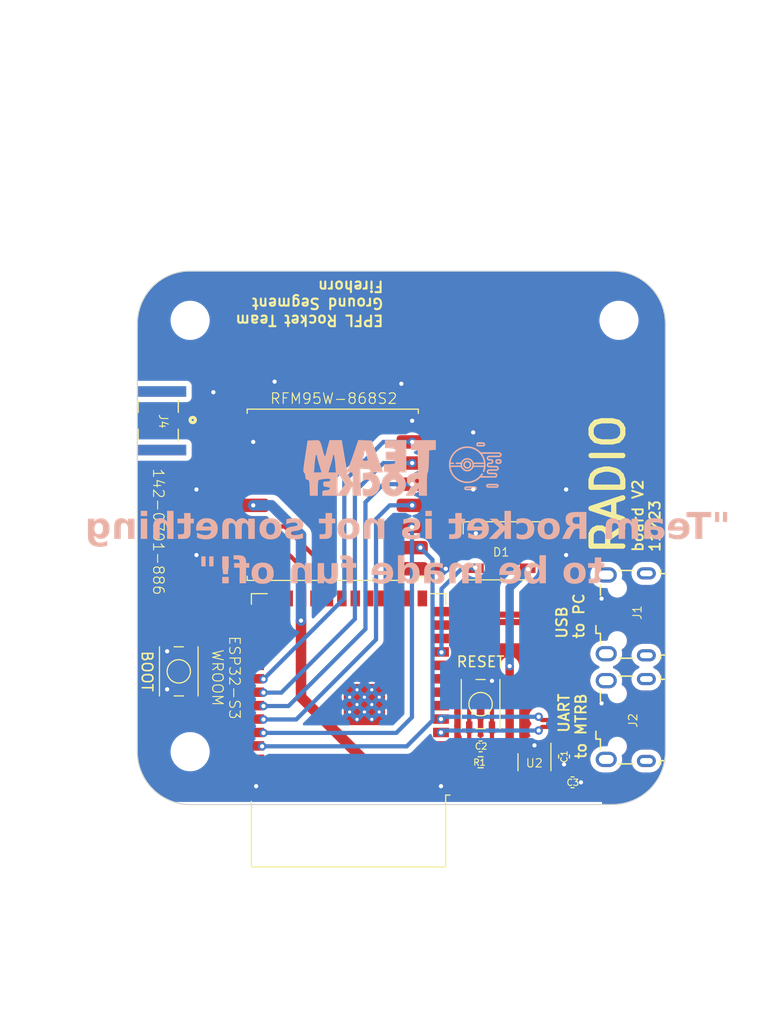
<source format=kicad_pcb>
(kicad_pcb (version 20221018) (generator pcbnew)
  (layers (0 "F.Cu" signal) (31 "B.Cu" signal) (34 "B.Paste" user) (35 "F.Paste" user) (36 "B.SilkS" user "B.Silkscreen") (37 "F.SilkS" user "F.Silkscreen") (38 "B.Mask" user) (39 "F.Mask" user) (44 "Edge.Cuts" user))
  (net 0 "")
  (net 1 "/BOOT_N")
  (net 2 "+5V")
  (net 3 "/USB_D-")
  (net 4 "/USB_D+")
  (net 6 "GND")
  (net 7 "/deviceTx")
  (net 8 "/deviceRx")
  (net 10 "/miso")
  (net 11 "/mosi")
  (net 12 "/sck")
  (net 13 "/nss")
  (net 14 "/por")
  (net 15 "/dio5")
  (net 16 "/dio4")
  (net 17 "+3.3V")
  (net 18 "/dio0")
  (net 19 "/dio1")
  (net 20 "/dio2")
  (net 40 "/RESET_N")
  (net 43 "/led1")
  (net 44 "/dio3")
  (net 48 "/ANTENNA")
  (footprint "MountingHole:MountingHole_3.2mm_M3" (layer "F.Cu") (at 85 94.2)
    (fp_text reference "H2" hide)
    (fp_text value "MountingHole_M3" hide)
    (pad "" np_thru_hole circle (at 0 0) (size 3.2 3.2) (drill 3.2) (layers "*.Cu" "*.Mask"))
  )
  (footprint "footprints:PTS815 SJK 250 SMTR LFS" (layer "F.Cu") (at 112.5 130.5 90)
    (fp_text reference "SW1" hide)
    (fp_text value "RESET" (at 4 0) (layer "F.SilkS"))
    (pad "1" smd rect (at -2.1971 -1.074999 90) (size 1.1176 0.6096) (layers "F.Cu" "F.Paste" "F.Mask") (net 40 "/RESET_N"))
    (pad "1" smd rect (at 2.1971 -1.074999 90) (size 1.1176 0.6096) (layers "F.Cu" "F.Paste" "F.Mask") (net 40 "/RESET_N"))
    (pad "2" smd rect (at -2.1971 1.074999 90) (size 1.1176 0.6096) (layers "F.Cu" "F.Paste" "F.Mask") (net 6 "GND"))
    (pad "2" smd rect (at 2.1971 1.074999 90) (size 1.1176 0.6096) (layers "F.Cu" "F.Paste" "F.Mask") (net 6 "GND"))
  )
  (footprint "MountingHole:MountingHole_3.2mm_M3" (layer "F.Cu") (at 125.6 94.2)
    (fp_text reference "H1" hide)
    (fp_text value "MountingHole_M3" hide)
    (pad "" np_thru_hole circle (at 0 0) (size 3.2 3.2) (drill 3.2) (layers "*.Cu" "*.Mask"))
  )
  (footprint "LED_SMD:LED_WS2812B_PLCC4_5.0x5.0mm_P3.2mm" (layer "F.Cu") (at 114.5 116 180)
    (fp_text reference "D1" hide)
    (fp_text value "WS2812B" hide)
    (pad "1" smd rect (at -2.45 -1.65 180) (size 1.5 0.9) (layers "F.Cu" "F.Paste" "F.Mask") (net 17 "+3.3V"))
    (pad "2" smd rect (at -2.45 1.65 180) (size 1.5 0.9) (layers "F.Cu" "F.Paste" "F.Mask"))
    (pad "3" smd rect (at 2.45 1.65 180) (size 1.5 0.9) (layers "F.Cu" "F.Paste" "F.Mask") (net 6 "GND"))
    (pad "4" smd rect (at 2.45 -1.65 180) (size 1.5 0.9) (layers "F.Cu" "F.Paste" "F.Mask") (net 43 "/led1"))
  )
  (footprint "footprints:TAOGLAS_EMPCB.SMAFSTJ.B.HT" (layer "F.Cu") (at 82.3585 103.7 -90)
    (fp_text reference "J4" hide)
    (fp_text value "142-0701-886" (at 10.5 0.3585 -90 unlocked) (layer "F.SilkS") (effects (font (thickness 0.1))))
    (pad "1" smd rect (at 0 0 270) (size 0.85 4.56) (layers "F.Cu" "F.Paste" "F.Mask") (net 48 "/ANTENNA"))
    (pad "SH1" smd rect (at -2.77 0 270) (size 1 4.56) (layers "F.Cu" "F.Paste" "F.Mask"))
    (pad "SH2" smd rect (at 2.77 0 270) (size 1 4.56) (layers "F.Cu" "F.Paste" "F.Mask"))
    (pad "SH3" smd rect (at -2.77 0 270) (size 1 4.56) (layers "B.Cu" "B.Paste" "B.Mask"))
    (pad "SH4" smd rect (at 2.77 0 270) (size 1 4.56) (layers "B.Cu" "B.Paste" "B.Mask"))
  )
  (footprint "RF_Module:HOPERF_RFM9XW_SMD" (layer "F.Cu") (at 98.5 110.7 180)
    (fp_text reference "U4" hide)
    (fp_text value "RFM95W-868S2" (at -0.1 9.1 180) (layer "F.SilkS") (effects (font (thickness 0.1))))
    (pad "1" smd roundrect (at -7.525 -7 180) (size 2.95 1.27) (layers "F.Cu" "F.Paste" "F.Mask") (net 6 "GND"))
    (pad "2" smd roundrect (at -7.525 -5 180) (size 2.95 1.27) (layers "F.Cu" "F.Paste" "F.Mask") (net 10 "/miso"))
    (pad "3" smd roundrect (at -7.525 -3 180) (size 2.95 1.27) (layers "F.Cu" "F.Paste" "F.Mask") (net 11 "/mosi"))
    (pad "4" smd roundrect (at -7.525 -1 180) (size 2.95 1.27) (layers "F.Cu" "F.Paste" "F.Mask") (net 12 "/sck"))
    (pad "5" smd roundrect (at -7.525 1 180) (size 2.95 1.27) (layers "F.Cu" "F.Paste" "F.Mask") (net 13 "/nss"))
    (pad "6" smd roundrect (at -7.525 3 180) (size 2.95 1.27) (layers "F.Cu" "F.Paste" "F.Mask") (net 14 "/por"))
    (pad "7" smd roundrect (at -7.525 5 180) (size 2.95 1.27) (layers "F.Cu" "F.Paste" "F.Mask") (net 15 "/dio5"))
    (pad "8" smd roundrect (at -7.525 7 180) (size 2.95 1.27) (layers "F.Cu" "F.Paste" "F.Mask") (net 6 "GND"))
    (pad "9" smd roundrect (at 7.525 7 180) (size 2.95 1.27) (layers "F.Cu" "F.Paste" "F.Mask") (net 48 "/ANTENNA"))
    (pad "10" smd roundrect (at 7.525 5 180) (size 2.95 1.27) (layers "F.Cu" "F.Paste" "F.Mask") (net 6 "GND"))
    (pad "11" smd roundrect (at 7.525 3 180) (size 2.95 1.27) (layers "F.Cu" "F.Paste" "F.Mask") (net 44 "/dio3"))
    (pad "12" smd roundrect (at 7.525 1 180) (size 2.95 1.27) (layers "F.Cu" "F.Paste" "F.Mask") (net 16 "/dio4"))
    (pad "13" smd roundrect (at 7.525 -1 180) (size 2.95 1.27) (layers "F.Cu" "F.Paste" "F.Mask") (net 17 "+3.3V"))
    (pad "14" smd roundrect (at 7.525 -3 180) (size 2.95 1.27) (layers "F.Cu" "F.Paste" "F.Mask") (net 18 "/dio0"))
    (pad "15" smd roundrect (at 7.525 -5 180) (size 2.95 1.27) (layers "F.Cu" "F.Paste" "F.Mask") (net 19 "/dio1"))
    (pad "16" smd roundrect (at 7.525 -7 180) (size 2.95 1.27) (layers "F.Cu" "F.Paste" "F.Mask") (net 20 "/dio2"))
  )
  (footprint "footprints:PTS815 SJK 250 SMTR LFS" (layer "F.Cu") (at 83.925001 127.4029 90)
    (fp_text reference "SW2" hide)
    (fp_text value "BOOT" (at 0 -3 270 unlocked) (layer "F.SilkS"))
    (pad "1" smd rect (at -2.1971 -1.074999 90) (size 1.1176 0.6096) (layers "F.Cu" "F.Paste" "F.Mask") (net 6 "GND"))
    (pad "1" smd rect (at 2.1971 -1.074999 90) (size 1.1176 0.6096) (layers "F.Cu" "F.Paste" "F.Mask") (net 6 "GND"))
    (pad "2" smd rect (at -2.1971 1.074999 90) (size 1.1176 0.6096) (layers "F.Cu" "F.Paste" "F.Mask") (net 1 "/BOOT_N"))
    (pad "2" smd rect (at 2.1971 1.074999 90) (size 1.1176 0.6096) (layers "F.Cu" "F.Paste" "F.Mask") (net 1 "/BOOT_N"))
  )
  (footprint "Capacitor_SMD:C_0603_1608Metric" (layer "F.Cu") (at 120.4 135.456 -90)
    (fp_text reference "C1" hide)
    (fp_text value "1uF" hide)
    (pad "1" smd roundrect (at -0.775 0 270) (size 0.9 0.95) (layers "F.Cu" "F.Paste" "F.Mask") (net 2 "+5V"))
    (pad "2" smd roundrect (at 0.775 0 270) (size 0.9 0.95) (layers "F.Cu" "F.Paste" "F.Mask") (net 6 "GND"))
  )
  (footprint "Capacitor_SMD:C_0603_1608Metric" (layer "F.Cu") (at 121.2 137.9)
    (fp_text reference "C3" hide)
    (fp_text value "1uF" hide)
    (pad "1" smd roundrect (at -0.775 0) (size 0.9 0.95) (layers "F.Cu" "F.Paste" "F.Mask") (net 17 "+3.3V"))
    (pad "2" smd roundrect (at 0.775 0) (size 0.9 0.95) (layers "F.Cu" "F.Paste" "F.Mask") (net 6 "GND"))
  )
  (footprint "Connector_USB:USB_Micro-B_Wuerth_629105150521" (layer "F.Cu") (at 126.245 132.005 90)
    (fp_text reference "J2" hide)
    (fp_text value "USB_B_Micro" hide)
    (pad "" np_thru_hole oval (at -2.5 -0.8 90) (size 0.8 0.8) (drill 0.8) (layers "*.Cu" "*.Mask"))
    (pad "" np_thru_hole oval (at 2.5 -0.8 90) (size 0.8 0.8) (drill 0.8) (layers "*.Cu" "*.Mask"))
    (pad "1" smd rect (at -1.3 -1.9 90) (size 0.45 1.3) (layers "F.Cu" "F.Paste" "F.Mask") (net 2 "+5V"))
    (pad "2" smd rect (at -0.65 -1.9 90) (size 0.45 1.3) (layers "F.Cu" "F.Paste" "F.Mask") (net 7 "/deviceTx"))
    (pad "3" smd rect (at 0 -1.9 90) (size 0.45 1.3) (layers "F.Cu" "F.Paste" "F.Mask") (net 8 "/deviceRx"))
    (pad "4" smd rect (at 0.65 -1.9 90) (size 0.45 1.3) (layers "F.Cu" "F.Paste" "F.Mask"))
    (pad "5" smd rect (at 1.3 -1.9 90) (size 0.45 1.3) (layers "F.Cu" "F.Paste" "F.Mask") (net 6 "GND"))
    (pad "6" thru_hole oval (at -3.875 1.95 90) (size 1.15 1.8) (drill oval 0.55 1.2) (layers "*.Cu" "*.Mask"))
    (pad "6" thru_hole oval (at -3.725 -1.85 90) (size 1.45 2) (drill oval 0.85 1.4) (layers "*.Cu" "*.Mask"))
    (pad "6" thru_hole oval (at 3.725 -1.85 90) (size 1.45 2) (drill oval 0.85 1.4) (layers "*.Cu" "*.Mask"))
    (pad "6" thru_hole oval (at 3.875 1.95 90) (size 1.15 1.8) (drill oval 0.55 1.2) (layers "*.Cu" "*.Mask"))
  )
  (footprint "MountingHole:MountingHole_3.2mm_M3" (layer "F.Cu") (at 85 135)
    (fp_text reference "H3" hide)
    (fp_text value "MountingHole_M3" hide)
    (pad "" np_thru_hole circle (at 0 0) (size 3.2 3.2) (drill 3.2) (layers "*.Cu" "*.Mask"))
  )
  (footprint "Package_TO_SOT_SMD:SOT-23-5" (layer "F.Cu") (at 117.6 136 -90)
    (fp_text reference "U2" hide)
    (fp_text value "AP2112K-3.3" hide)
    (pad "1" smd roundrect (at -1.1375 -0.95 270) (size 1.325 0.6) (layers "F.Cu" "F.Paste" "F.Mask") (net 2 "+5V"))
    (pad "2" smd roundrect (at -1.1375 0 270) (size 1.325 0.6) (layers "F.Cu" "F.Paste" "F.Mask") (net 6 "GND"))
    (pad "3" smd roundrect (at -1.1375 0.95 270) (size 1.325 0.6) (layers "F.Cu" "F.Paste" "F.Mask") (net 2 "+5V"))
    (pad "4" smd roundrect (at 1.1375 0.95 270) (size 1.325 0.6) (layers "F.Cu" "F.Paste" "F.Mask"))
    (pad "5" smd roundrect (at 1.1375 -0.95 270) (size 1.325 0.6) (layers "F.Cu" "F.Paste" "F.Mask") (net 17 "+3.3V"))
  )
  (footprint "RF_Module:ESP32-S3-WROOM-1" (layer "F.Cu") (at 100 133.005 180)
    (fp_text reference "U3" hide)
    (fp_text value "ESP32-S3-WROOM-1-N8" hide)
    (pad "1" smd rect (at -8.75 -5.26 180) (size 1.5 0.9) (layers "F.Cu" "F.Paste" "F.Mask") (net 6 "GND"))
    (pad "2" smd rect (at -8.75 -3.99 180) (size 1.5 0.9) (layers "F.Cu" "F.Paste" "F.Mask") (net 17 "+3.3V"))
    (pad "3" smd rect (at -8.75 -2.72 180) (size 1.5 0.9) (layers "F.Cu" "F.Paste" "F.Mask") (net 40 "/RESET_N"))
    (pad "4" smd rect (at -8.75 -1.45 180) (size 1.5 0.9) (layers "F.Cu" "F.Paste" "F.Mask"))
    (pad "5" smd rect (at -8.75 -0.18 180) (size 1.5 0.9) (layers "F.Cu" "F.Paste" "F.Mask") (net 7 "/deviceTx"))
    (pad "6" smd rect (at -8.75 1.09 180) (size 1.5 0.9) (layers "F.Cu" "F.Paste" "F.Mask") (net 8 "/deviceRx"))
    (pad "7" smd rect (at -8.75 2.36 180) (size 1.5 0.9) (layers "F.Cu" "F.Paste" "F.Mask"))
    (pad "8" smd rect (at -8.75 3.63 180) (size 1.5 0.9) (layers "F.Cu" "F.Paste" "F.Mask"))
    (pad "9" smd rect (at -8.75 4.9 180) (size 1.5 0.9) (layers "F.Cu" "F.Paste" "F.Mask"))
    (pad "10" smd rect (at -8.75 6.17 180) (size 1.5 0.9) (layers "F.Cu" "F.Paste" "F.Mask"))
    (pad "11" smd rect (at -8.75 7.44 180) (size 1.5 0.9) (layers "F.Cu" "F.Paste" "F.Mask") (net 43 "/led1"))
    (pad "12" smd rect (at -8.75 8.71 180) (size 1.5 0.9) (layers "F.Cu" "F.Paste" "F.Mask"))
    (pad "13" smd rect (at -8.75 9.98 180) (size 1.5 0.9) (layers "F.Cu" "F.Paste" "F.Mask") (net 3 "/USB_D-"))
    (pad "14" smd rect (at -8.75 11.25) (size 1.5 0.9) (layers "F.Cu" "F.Paste" "F.Mask") (net 4 "/USB_D+"))
    (pad "15" smd rect (at -6.985 12.5 90) (size 1.5 0.9) (layers "F.Cu" "F.Paste" "F.Mask"))
    (pad "16" smd rect (at -5.715 12.5 90) (size 1.5 0.9) (layers "F.Cu" "F.Paste" "F.Mask"))
    (pad "17" smd rect (at -4.445 12.5 90) (size 1.5 0.9) (layers "F.Cu" "F.Paste" "F.Mask"))
    (pad "18" smd rect (at -3.175 12.5 90) (size 1.5 0.9) (layers "F.Cu" "F.Paste" "F.Mask"))
    (pad "19" smd rect (at -1.905 12.5 90) (size 1.5 0.9) (layers "F.Cu" "F.Paste" "F.Mask"))
    (pad "20" smd rect (at -0.635 12.5 90) (size 1.5 0.9) (layers "F.Cu" "F.Paste" "F.Mask"))
    (pad "21" smd rect (at 0.635 12.5 90) (size 1.5 0.9) (layers "F.Cu" "F.Paste" "F.Mask"))
    (pad "22" smd rect (at 1.905 12.5 90) (size 1.5 0.9) (layers "F.Cu" "F.Paste" "F.Mask") (net 16 "/dio4"))
    (pad "23" smd rect (at 3.175 12.5 90) (size 1.5 0.9) (layers "F.Cu" "F.Paste" "F.Mask") (net 18 "/dio0"))
    (pad "24" smd rect (at 4.445 12.5 90) (size 1.5 0.9) (layers "F.Cu" "F.Paste" "F.Mask") (net 19 "/dio1"))
    (pad "25" smd rect (at 5.715 12.5 90) (size 1.5 0.9) (layers "F.Cu" "F.Paste" "F.Mask") (net 20 "/dio2"))
    (pad "26" smd rect (at 6.985 12.5 90) (size 1.5 0.9) (layers "F.Cu" "F.Paste" "F.Mask"))
    (pad "27" smd rect (at 8.75 11.25 180) (size 1.5 0.9) (layers "F.Cu" "F.Paste" "F.Mask") (net 1 "/BOOT_N"))
    (pad "28" smd rect (at 8.75 9.98 180) (size 1.5 0.9) (layers "F.Cu" "F.Paste" "F.Mask"))
    (pad "29" smd rect (at 8.75 8.71 180) (size 1.5 0.9) (layers "F.Cu" "F.Paste" "F.Mask"))
    (pad "30" smd rect (at 8.75 7.44 180) (size 1.5 0.9) (layers "F.Cu" "F.Paste" "F.Mask"))
    (pad "31" smd rect (at 8.75 6.17 180) (size 1.5 0.9) (layers "F.Cu" "F.Paste" "F.Mask"))
    (pad "32" smd rect (at 8.75 4.9 180) (size 1.5 0.9) (layers "F.Cu" "F.Paste" "F.Mask") (net 15 "/dio5"))
    (pad "33" smd rect (at 8.75 3.63 180) (size 1.5 0.9) (layers "F.Cu" "F.Paste" "F.Mask") (net 14 "/por"))
    (pad "34" smd rect (at 8.75 2.36 180) (size 1.5 0.9) (layers "F.Cu" "F.Paste" "F.Mask") (net 13 "/nss"))
    (pad "35" smd rect (at 8.75 1.09 180) (size 1.5 0.9) (layers "F.Cu" "F.Paste" "F.Mask") (net 12 "/sck"))
    (pad "36" smd rect (at 8.75 -0.18 180) (size 1.5 0.9) (layers "F.Cu" "F.Paste" "F.Mask") (net 11 "/mosi"))
    (pad "37" smd rect (at 8.75 -1.45 180) (size 1.5 0.9) (layers "F.Cu" "F.Paste" "F.Mask") (net 10 "/miso"))
    (pad "38" smd rect (at 8.75 -2.72 180) (size 1.5 0.9) (layers "F.Cu" "F.Paste" "F.Mask"))
    (pad "39" smd rect (at 8.75 -3.99 180) (size 1.5 0.9) (layers "F.Cu" "F.Paste" "F.Mask"))
    (pad "40" smd rect (at 8.75 -5.26 180) (size 1.5 0.9) (layers "F.Cu" "F.Paste" "F.Mask") (net 6 "GND"))
    (pad "41" thru_hole circle (at -2.9 1.76 270) (size 0.5 0.5) (drill 0.3) (property pad_prop_heatsink) (layers "*.Cu" "*.Mask") (net 6 "GND"))
    (pad "41" thru_hole circle (at -2.9 3.16 180) (size 0.5 0.5) (drill 0.3) (property pad_prop_heatsink) (layers "*.Cu" "*.Mask") (net 6 "GND"))
    (pad "41" thru_hole circle (at -2.2 1.06 180) (size 0.5 0.5) (drill 0.3) (property pad_prop_heatsink) (layers "*.Cu" "*.Mask") (net 6 "GND"))
    (pad "41" thru_hole circle (at -2.2 2.46 180) (size 0.5 0.5) (drill 0.3) (property pad_prop_heatsink) (layers "*.Cu" "*.Mask") (net 6 "GND"))
    (pad "41" thru_hole circle (at -2.2 3.86 180) (size 0.5 0.5) (drill 0.3) (property pad_prop_heatsink) (layers "*.Cu" "*.Mask") (net 6 "GND"))
    (pad "41" thru_hole circle (at -1.5 1.76 180) (size 0.5 0.5) (drill 0.3) (property pad_prop_heatsink) (layers "*.Cu" "*.Mask") (net 6 "GND"))
    (pad "41" smd rect (at -1.5 2.46 90) (size 3.9 3.9) (layers "F.Cu" "F.Mask") (net 6 "GND"))
    (pad "41" thru_hole circle (at -1.5 3.16 180) (size 0.5 0.5) (drill 0.3) (property pad_prop_heatsink) (layers "*.Cu" "*.Mask") (net 6 "GND"))
    (pad "41" thru_hole circle (at -0.8 1.06 180) (size 0.5 0.5) (drill 0.3) (property pad_prop_heatsink) (layers "*.Cu" "*.Mask") (net 6 "GND"))
    (pad "41" thru_hole circle (at -0.8 2.46 180) (size 0.5 0.5) (drill 0.3) (property pad_prop_heatsink) (layers "*.Cu" "*.Mask") (net 6 "GND"))
    (pad "41" thru_hole circle (at -0.8 3.86 180) (size 0.5 0.5) (drill 0.3) (property pad_prop_heatsink) (layers "*.Cu" "*.Mask") (net 6 "GND"))
    (pad "41" thru_hole circle (at -0.1 1.76 180) (size 0.5 0.5) (drill 0.3) (property pad_prop_heatsink) (layers "*.Cu" "*.Mask") (net 6 "GND"))
    (pad "41" thru_hole circle (at -0.1 3.16 180) (size 0.5 0.5) (drill 0.3) (property pad_prop_heatsink) (layers "*.Cu" "*.Mask") (net 6 "GND"))
    (zone (net 0) (net_name "") (layers "F.Cu" "In1.Cu" "B.Cu") (connect_pads (clearance 0)) (min_thickness 0.254)
      (keepout (tracks not_allowed) (vias not_allowed) (pads not_allowed) (copperpour not_allowed) (footprints not_allowed))
      (fill (thermal_gap 0.508) (thermal_bridge_width 0.508))
      (polygon (pts (xy 124 139.755) (xy 76 139.755) (xy 76 160.755) (xy 124 160.755)))
    )
  )
  (footprint "Resistor_SMD:R_0603_1608Metric" (layer "F.Cu") (at 112.5 136 180)
    (fp_text reference "R1" hide)
    (fp_text value "10k" hide)
    (pad "1" smd roundrect (at -0.825 0 180) (size 0.8 0.95) (layers "F.Cu" "F.Paste" "F.Mask") (net 17 "+3.3V"))
    (pad "2" smd roundrect (at 0.825 0 180) (size 0.8 0.95) (layers "F.Cu" "F.Paste" "F.Mask") (net 40 "/RESET_N"))
  )
  (footprint "Connector_USB:USB_Micro-B_Wuerth_629105150521" (layer "F.Cu") (at 126.245 122.01 90)
    (fp_text reference "J1" hide)
    (fp_text value "USB_B_Micro" hide)
    (pad "" np_thru_hole oval (at -2.5 -0.8 90) (size 0.8 0.8) (drill 0.8) (layers "*.Cu" "*.Mask"))
    (pad "" np_thru_hole oval (at 2.5 -0.8 90) (size 0.8 0.8) (drill 0.8) (layers "*.Cu" "*.Mask"))
    (pad "1" smd rect (at -1.3 -1.9 90) (size 0.45 1.3) (layers "F.Cu" "F.Paste" "F.Mask") (net 2 "+5V"))
    (pad "2" smd rect (at -0.65 -1.9 90) (size 0.45 1.3) (layers "F.Cu" "F.Paste" "F.Mask") (net 3 "/USB_D-"))
    (pad "3" smd rect (at 0 -1.9 90) (size 0.45 1.3) (layers "F.Cu" "F.Paste" "F.Mask") (net 4 "/USB_D+"))
    (pad "4" smd rect (at 0.65 -1.9 90) (size 0.45 1.3) (layers "F.Cu" "F.Paste" "F.Mask"))
    (pad "5" smd rect (at 1.3 -1.9 90) (size 0.45 1.3) (layers "F.Cu" "F.Paste" "F.Mask") (net 6 "GND"))
    (pad "6" thru_hole oval (at -3.875 1.95 90) (size 1.15 1.8) (drill oval 0.55 1.2) (layers "*.Cu" "*.Mask"))
    (pad "6" thru_hole oval (at -3.725 -1.85 90) (size 1.45 2) (drill oval 0.85 1.4) (layers "*.Cu" "*.Mask"))
    (pad "6" thru_hole oval (at 3.725 -1.85 90) (size 1.45 2) (drill oval 0.85 1.4) (layers "*.Cu" "*.Mask"))
    (pad "6" thru_hole oval (at 3.875 1.95 90) (size 1.15 1.8) (drill oval 0.55 1.2) (layers "*.Cu" "*.Mask"))
  )
  (footprint "Capacitor_SMD:C_0603_1608Metric" (layer "F.Cu") (at 112.5 134.5)
    (fp_text reference "C2" hide)
    (fp_text value "0.1u" hide)
    (pad "1" smd roundrect (at -0.775 0) (size 0.9 0.95) (layers "F.Cu" "F.Paste" "F.Mask") (net 40 "/RESET_N"))
    (pad "2" smd roundrect (at 0.775 0) (size 0.9 0.95) (layers "F.Cu" "F.Paste" "F.Mask") (net 6 "GND"))
  )
  (footprint "myimage:teamrocket" (layer "B.Cu") (at 102 108.5 180)
    (fp_text reference "TeamRocket" hide)
    (fp_text value "LOGO" hide)
  )
  (footprint "myimage:pokeball" (layer "B.Cu") (at 112 108 180)
    (fp_text reference "Pokeball" hide)
    (fp_text value "LOGO" hide)
  )
  (gr_line (start 80 135) (end 80 94.535534) (stroke (width 0.1)) (layer "Edge.Cuts"))
  (gr_arc (start 125 89.535534) (mid 128.535534 91) (end 130 94.535534) (stroke (width 0.1)) (layer "Edge.Cuts"))
  (gr_line (start 125 140) (end 85 140) (stroke (width 0.1)) (layer "Edge.Cuts"))
  (gr_line (start 85 89.535534) (end 125 89.535534) (stroke (width 0.1)) (layer "Edge.Cuts"))
  (gr_line (start 130 94.535534) (end 130 135) (stroke (width 0.1)) (layer "Edge.Cuts"))
  (gr_arc (start 130 135) (mid 128.535534 138.535534) (end 125 140) (stroke (width 0.1)) (layer "Edge.Cuts"))
  (gr_arc (start 85 140) (mid 81.464466 138.535534) (end 80 135) (stroke (width 0.1)) (layer "Edge.Cuts"))
  (gr_arc (start 80 94.535534) (mid 81.464466 91) (end 85 89.535534) (stroke (width 0.1)) (layer "Edge.Cuts"))
  (gr_text "{dblquote}Team Rocket is not something \nto be made fun of!{dblquote}" (at 105 119.5) (layer "B.SilkS") (effects (font (size 2.5 2.5) (thickness 0.3) bold) (justify bottom mirror)))
  (gr_text "ESP32-S3\nWROOM" (at 88.4 128 270) (layer "F.SilkS") (effects (font (size 1 1) (thickness 0.1))))
  (gr_text "J2" (at 127.4 132.8 90) (layer "F.SilkS") (effects (font (size 0.8 0.8) (thickness 0.1)) (justify left bottom)))
  (gr_text "J1" (at 127.8 122.6 90) (layer "F.SilkS") (effects (font (size 0.8 0.8) (thickness 0.1)) (justify left bottom)))
  (gr_text "board V2\n11/23" (at 128.2 116.2 90) (layer "F.SilkS") (effects (font (size 1 1) (thickness 0.18)) (justify left)))
  (gr_text "C1" (at 120.768558 136.120513 90) (layer "F.SilkS") (effects (font (size 0.6 0.6) (thickness 0.1)) (justify left bottom)))
  (gr_text "UART\nto MTRB\n" (at 121.2 129.4 90) (layer "F.SilkS") (effects (font (size 1 1) (thickness 0.18)) (justify right)))
  (gr_text "USB\nto PC" (at 121 124.4 90) (layer "F.SilkS") (effects (font (size 1 1) (thickness 0.18)) (justify left)))
  (gr_text "J4" (at 82 103 270) (layer "F.SilkS") (effects (font (size 0.8 0.8) (thickness 0.1)) (justify left bottom)))
  (gr_text "R1" (at 111.743456 136.366392) (layer "F.SilkS") (effects (font (size 0.6 0.6) (thickness 0.1)) (justify left bottom)))
  (gr_text "RADIO" (at 124.6 116.6 90) (layer "F.SilkS") (effects (font (size 3 3) (thickness 0.5)) (justify left)))
  (gr_text "EPFL Rocket Team\nGround Segment\nFirehorn" (at 103.4 90.4 180) (layer "F.SilkS") (effects (font (size 1 1) (thickness 0.2)) (justify left bottom)))
  (gr_text "U2" (at 116.721316 136.551955) (layer "F.SilkS") (effects (font (size 0.8 0.8) (thickness 0.1)) (justify left bottom)))
  (gr_text "C3" (at 120.576859 138.27339) (layer "F.SilkS") (effects (font (size 0.6 0.6) (thickness 0.1)) (justify left bottom)))
  (gr_text "C2" (at 111.896734 134.845398) (layer "F.SilkS") (effects (font (size 0.6 0.6) (thickness 0.1)) (justify left bottom)))
  (gr_text "D1" (at 113.6 116.6) (layer "F.SilkS") (effects (font (size 0.8 0.8) (thickness 0.1)) (justify left bottom)))
  (segment (start 85 129.6) (end 85 125.2058) (width 0.4) (layer "F.Cu") (net 1))
  (segment (start 88.4508 121.755) (end 85 125.2058) (width 0.4) (layer "F.Cu") (net 1))
  (segment (start 85.425001 124.780799) (end 85 125.2058) (width 0.4) (layer "F.Cu") (net 1))
  (segment (start 91.25 121.755) (end 88.4508 121.755) (width 0.4) (layer "F.Cu") (net 1))
  (segment (start 117.253249 135.85) (end 118.15 135.85) (width 0.25) (layer "F.Cu") (net 2))
  (segment (start 118.15 135.85) (end 118.55 135.45) (width 0.25) (layer "F.Cu") (net 2))
  (segment (start 116.65 135.246751) (end 117.253249 135.85) (width 0.25) (layer "F.Cu") (net 2))
  (segment (start 116.65 134.8625) (end 116.65 135.246751) (width 0.25) (layer "F.Cu") (net 2))
  (segment (start 118.55 135.45) (end 118.55 134.8625) (width 0.25) (layer "F.Cu") (net 2))
  (segment (start 124.345 123.31) (end 126.69 123.31) (width 0.4) (layer "F.Cu") (net 2))
  (segment (start 110.159001 122.741) (end 109.875001 123.025) (width 0.57) (layer "F.Cu") (net 3))
  (segment (start 110.159001 122.741) (end 123 122.741) (width 0.575) (layer "F.Cu") (net 3))
  (segment (start 109.875001 123.025) (end 108.75 123.025) (width 0.57) (layer "F.Cu") (net 3))
  (segment (start 124.345 122.66) (end 121.942 122.66) (width 0.4) (layer "F.Cu") (net 3))
  (segment (start 110.159001 122.039) (end 109.875001 121.755) (width 0.57) (layer "F.Cu") (net 4))
  (segment (start 124.345 122.01) (end 121.957 122.01) (width 0.4) (layer "F.Cu") (net 4))
  (segment (start 109.875001 121.755) (end 108.75 121.755) (width 0.57) (layer "F.Cu") (net 4))
  (segment (start 110.159001 122.039) (end 123 122.039) (width 0.575) (layer "F.Cu") (net 4))
  (segment (start 113.574999 132.6971) (end 113.574999 134.200001) (width 0.4) (layer "F.Cu") (net 6))
  (segment (start 109.2 117.7) (end 106.025 117.7) (width 0.4) (layer "F.Cu") (net 6))
  (segment (start 113.574999 134.200001) (end 113.275 134.5) (width 0.4) (layer "F.Cu") (net 6))
  (segment (start 113.574999 128.3029) (end 113.574999 132.6971) (width 0.4) (layer "F.Cu") (net 6))
  (segment (start 109.2 117.7) (end 108.7 117.7) (width 0.4) (layer "F.Cu") (net 6))
  (via (at 111.8 104.8) (size 0.8) (drill 0.4) (layers "F.Cu" "B.Cu") (net 6))
  (via (at 120.6 110.2) (size 0.8) (drill 0.4) (layers "F.Cu" "B.Cu") (net 6))
  (via (at 117.6 134.4) (size 0.8) (drill 0.4) (layers "F.Cu" "B.Cu") (net 6))
  (via (at 106.025 103.7) (size 0.8) (drill 0.4) (layers "F.Cu" "B.Cu") (net 6))
  (via (at 120.4 136.2) (size 0.8) (drill 0.4) (layers "F.Cu" "B.Cu") (net 6))
  (via (at 123.952 120.523) (size 0.8) (drill 0.4) (layers "F.Cu" "B.Cu") (net 6))
  (via (at 105 100.2) (size 0.8) (drill 0.4) (layers "F.Cu" "B.Cu") (net 6))
  (via (at 120.6 116.4) (size 0.8) (drill 0.4) (layers "F.Cu" "B.Cu") (net 6))
  (via (at 120.6 110.2) (size 0.8) (drill 0.4) (layers "F.Cu" "B.Cu") (net 6))
  (via (at 85.6 110.2) (size 0.8) (drill 0.4) (layers "F.Cu" "B.Cu") (net 6))
  (via (at 111.8 110.2) (size 0.8) (drill 0.4) (layers "F.Cu" "B.Cu") (net 6))
  (via (at 122 137.9) (size 0.8) (drill 0.4) (layers "F.Cu" "B.Cu") (net 6))
  (via (at 113.574999 128.3029) (size 0.8) (drill 0.4) (layers "F.Cu" "B.Cu") (net 6))
  (via (at 82.825001 125.5029) (size 0.8) (drill 0.4) (layers "F.Cu" "B.Cu") (net 6))
  (via (at 82.825001 129.1029) (size 0.8) (drill 0.4) (layers "F.Cu" "B.Cu") (net 6))
  (via (at 112.05 114.35) (size 0.8) (drill 0.4) (layers "F.Cu" "B.Cu") (net 6))
  (via (at 108.75 138.265) (size 0.8) (drill 0.4) (layers "F.Cu" "B.Cu") (net 6))
  (via (at 91.25 138.265) (size 0.8) (drill 0.4) (layers "F.Cu" "B.Cu") (net 6))
  (via (at 90.975 105.7) (size 0.8) (drill 0.4) (layers "F.Cu" "B.Cu") (net 6))
  (via (at 109.2 117.7) (size 0.8) (drill 0.4) (layers "F.Cu" "B.Cu") (net 6))
  (via (at 85.6 116.4) (size 0.8) (drill 0.4) (layers "F.Cu" "B.Cu") (net 6))
  (via (at 123.952 130.429) (size 0.8) (drill 0.4) (layers "F.Cu" "B.Cu") (net 6))
  (via (at 87.2 101) (size 0.8) (drill 0.4) (layers "F.Cu" "B.Cu") (net 6))
  (via (at 93 100) (size 0.8) (drill 0.4) (layers "F.Cu" "B.Cu") (net 6))
  (segment (start 124.345 132.655) (end 118.345 132.655) (width 0.4) (layer "F.Cu") (net 7))
  (segment (start 118.345 132.655) (end 118 133) (width 0.4) (layer "F.Cu") (net 7))
  (via (at 108.75 133.185) (size 0.8) (drill 0.4) (layers "F.Cu" "B.Cu") (net 7))
  (via (at 118 133) (size 0.8) (drill 0.4) (layers "F.Cu" "B.Cu") (net 7))
  (segment (start 108.935 133) (end 118 133) (width 0.4) (layer "B.Cu") (net 7))
  (segment (start 108.75 133.185) (end 108.935 133) (width 0.4) (layer "B.Cu") (net 7))
  (segment (start 118.305 132.005) (end 118 131.7) (width 0.4) (layer "F.Cu") (net 8))
  (segment (start 124.345 132.005) (end 118.305 132.005) (width 0.4) (layer "F.Cu") (net 8))
  (via (at 118 131.7) (size 0.8) (drill 0.4) (layers "F.Cu" "B.Cu") (net 8))
  (via (at 108.75 131.915) (size 0.8) (drill 0.4) (layers "F.Cu" "B.Cu") (net 8))
  (segment (start 108.75 131.915) (end 108.965 131.7) (width 0.4) (layer "B.Cu") (net 8))
  (segment (start 108.965 131.7) (end 109.6 131.7) (width 0.4) (layer "B.Cu") (net 8))
  (segment (start 118 131.7) (end 108.965 131.7) (width 0.4) (layer "B.Cu") (net 8))
  (via (at 106.7995 115.7) (size 0.8) (drill 0.4) (layers "F.Cu" "B.Cu") (net 10))
  (via (at 91.821 134.493) (size 0.8) (drill 0.4) (layers "F.Cu" "B.Cu") (net 10))
  (segment (start 107.95 132.05) (end 107.95 116.8505) (width 0.4) (layer "B.Cu") (net 10))
  (segment (start 105.507 134.493) (end 107.95 132.05) (width 0.4) (layer "B.Cu") (net 10))
  (segment (start 91.821 134.493) (end 105.507 134.493) (width 0.4) (layer "B.Cu") (net 10))
  (segment (start 107.95 116.8505) (end 106.7995 115.7) (width 0.4) (layer "B.Cu") (net 10))
  (via (at 106 113.75) (size 0.8) (drill 0.4) (layers "F.Cu" "B.Cu") (net 11))
  (via (at 91.948 133.223) (size 0.8) (drill 0.4) (layers "F.Cu" "B.Cu") (net 11))
  (segment (start 106 131.75) (end 106 114) (width 0.4) (layer "B.Cu") (net 11))
  (segment (start 91.948 133.223) (end 104.527 133.223) (width 0.4) (layer "B.Cu") (net 11))
  (segment (start 104.527 133.223) (end 106 131.75) (width 0.4) (layer "B.Cu") (net 11))
  (via (at 106.025 111.7) (size 0.8) (drill 0.4) (layers "F.Cu" "B.Cu") (net 12))
  (via (at 91.948 131.953) (size 0.8) (drill 0.4) (layers "F.Cu" "B.Cu") (net 12))
  (segment (start 103.9 111.7) (end 102.6 113) (width 0.4) (layer "B.Cu") (net 12))
  (segment (start 102.6 124.4) (end 95.047 131.953) (width 0.4) (layer "B.Cu") (net 12))
  (segment (start 106.025 111.7) (end 103.9 111.7) (width 0.4) (layer "B.Cu") (net 12))
  (segment (start 95.047 131.953) (end 91.948 131.953) (width 0.4) (layer "B.Cu") (net 12))
  (segment (start 102.6 113) (end 102.6 124.4) (width 0.4) (layer "B.Cu") (net 12))
  (via (at 106.025 109.7) (size 0.8) (drill 0.4) (layers "F.Cu" "B.Cu") (net 13))
  (via (at 91.948 130.683) (size 0.8) (drill 0.4) (layers "F.Cu" "B.Cu") (net 13))
  (segment (start 106.025 109.7) (end 103.3 109.7) (width 0.4) (layer "B.Cu") (net 13))
  (segment (start 103.3 109.7) (end 101.6 111.4) (width 0.4) (layer "B.Cu") (net 13))
  (segment (start 101.6 123.4) (end 94.317 130.683) (width 0.4) (layer "B.Cu") (net 13))
  (segment (start 101.6 111.4) (end 101.6 123.4) (width 0.4) (layer "B.Cu") (net 13))
  (segment (start 94.317 130.683) (end 91.948 130.683) (width 0.4) (layer "B.Cu") (net 13))
  (via (at 91.948 129.413) (size 0.8) (drill 0.4) (layers "F.Cu" "B.Cu") (net 14))
  (via (at 106.025 107.7) (size 0.8) (drill 0.4) (layers "F.Cu" "B.Cu") (net 14))
  (segment (start 91.948 129.413) (end 93.637 129.413) (width 0.4) (layer "B.Cu") (net 14))
  (segment (start 103.3 107.7) (end 106.025 107.7) (width 0.4) (layer "B.Cu") (net 14))
  (segment (start 93.637 129.413) (end 100.6 122.45) (width 0.4) (layer "B.Cu") (net 14))
  (segment (start 100.6 110.4) (end 103.3 107.7) (width 0.4) (layer "B.Cu") (net 14))
  (segment (start 100.6 122.45) (end 100.6 110.4) (width 0.4) (layer "B.Cu") (net 14))
  (via (at 91.948 128.143) (size 0.8) (drill 0.4) (layers "F.Cu" "B.Cu") (net 15))
  (via (at 106.025 105.7) (size 0.8) (drill 0.4) (layers "F.Cu" "B.Cu") (net 15))
  (segment (start 99.6 120.491) (end 91.948 128.143) (width 0.4) (layer "B.Cu") (net 15))
  (segment (start 103.3 105.7) (end 99.6 109.4) (width 0.4) (layer "B.Cu") (net 15))
  (segment (start 99.6 109.4) (end 99.6 120.491) (width 0.4) (layer "B.Cu") (net 15))
  (segment (start 92.005 128.2) (end 91.948 128.143) (width 0.4) (layer "B.Cu") (net 15))
  (segment (start 106.025 105.7) (end 103.3 105.7) (width 0.4) (layer "B.Cu") (net 15))
  (segment (start 98.095 120.505) (end 98.095 113.345) (width 0.4) (layer "F.Cu") (net 16))
  (segment (start 94.45 109.7) (end 90.975 109.7) (width 0.4) (layer "F.Cu") (net 16))
  (segment (start 98.095 120.505) (end 98.1 120.5) (width 0.4) (layer "F.Cu") (net 16))
  (segment (start 98.095 113.345) (end 94.45 109.7) (width 0.4) (layer "F.Cu") (net 16))
  (segment (start 113.325 136) (end 113.325 138.436) (width 1) (layer "F.Cu") (net 17))
  (segment (start 119.3125 137.9) (end 118.55 137.1375) (width 0.508) (layer "F.Cu") (net 17))
  (segment (start 101.3275 135.6725) (end 95.5 129.845) (width 1) (layer "F.Cu") (net 17))
  (segment (start 101.3275 135.6725) (end 102.65 136.995) (width 1) (layer "F.Cu") (net 17))
  (segment (start 95.5 122.6) (end 95.5 122.7) (width 1) (layer "F.Cu") (net 17))
  (segment (start 115.25 138.404) (end 115.01 138.644) (width 0.8) (layer "F.Cu") (net 17))
  (segment (start 113.325 138.436) (end 113.117 138.644) (width 1) (layer "F.Cu") (net 17))
  (segment (start 115.644 138.644) (end 117.0435 138.644) (width 0.8) (layer "F.Cu") (net 17))
  (segment (start 95.5 129.845) (end 95.5 122.6) (width 1) (layer "F.Cu") (net 17))
  (segment (start 120.425 137.9) (end 119.3125 137.9) (width 0.508) (layer "F.Cu") (net 17))
  (segment (start 115.01 138.644) (end 113.117 138.644) (width 1) (layer "F.Cu") (net 17))
  (segment (start 115.644 138.644) (end 115.01 138.644) (width 1) (layer "F.Cu") (net 17))
  (segment (start 117.0435 138.644) (end 118.55 137.1375) (width 0.8) (layer "F.Cu") (net 17))
  (segment (start 115.25 126.91) (end 115.25 138.404) (width 0.8) (layer "F.Cu") (net 17))
  (segment (start 97.282 131.627) (end 101.3275 135.6725) (width 1) (layer "F.Cu") (net 17))
  (segment (start 110.08 136.995) (end 108.75 136.995) (width 1) (layer "F.Cu") (net 17))
  (segment (start 111.729 138.644) (end 110.08 136.995) (width 1) (layer "F.Cu") (net 17))
  (segment (start 113.117 138.644) (end 111.729 138.644) (width 1) (layer "F.Cu") (net 17))
  (segment (start 102.65 136.995) (end 108.75 136.995) (width 1) (layer "F.Cu") (net 17))
  (via (at 90.975 111.7) (size 0.8) (drill 0.4) (layers "F.Cu" "B.Cu") (net 17))
  (via (at 117 117.75) (size 0.8) (drill 0.4) (layers "F.Cu" "B.Cu") (net 17))
  (via (at 95.5 122.6) (size 0.8) (drill 0.4) (layers "F.Cu" "B.Cu") (net 17))
  (via (at 115.25 126.91) (size 0.8) (drill 0.4) (layers "F.Cu" "B.Cu") (net 17))
  (segment (start 92.7 111.7) (end 95.5 114.5) (width 1) (layer "B.Cu") (net 17))
  (segment (start 95.5 114.5) (end 95.5 122.6) (width 1) (layer "B.Cu") (net 17))
  (segment (start 90.975 111.7) (end 92.7 111.7) (width 1) (layer "B.Cu") (net 17))
  (segment (start 115.25 119.5) (end 117 117.75) (width 0.8) (layer "B.Cu") (net 17))
  (segment (start 115.25 126.91) (end 115.25 119.5) (width 0.8) (layer "B.Cu") (net 17))
  (segment (start 96.825 116.575) (end 93.95 113.7) (width 0.4) (layer "F.Cu") (net 18))
  (segment (start 96.825 120.505) (end 96.825 116.575) (width 0.4) (layer "F.Cu") (net 18))
  (segment (start 93.95 113.7) (end 90.975 113.7) (width 0.4) (layer "F.Cu") (net 18))
  (segment (start 93.7 115.7) (end 90.975 115.7) (width 0.4) (layer "F.Cu") (net 19))
  (segment (start 95.555 120.505) (end 95.5 120.45) (width 0.4) (layer "F.Cu") (net 19))
  (segment (start 95.555 117.555) (end 93.7 115.7) (width 0.4) (layer "F.Cu") (net 19))
  (segment (start 95.555 120.505) (end 95.555 117.555) (width 0.4) (layer "F.Cu") (net 19))
  (segment (start 94.285 120.505) (end 94.285 118.535) (width 0.4) (layer "F.Cu") (net 20))
  (segment (start 94.285 118.535) (end 93.45 117.7) (width 0.4) (layer "F.Cu") (net 20))
  (segment (start 93.45 117.7) (end 90.975 117.7) (width 0.4) (layer "F.Cu") (net 20))
  (segment (start 111.425001 134.200001) (end 111.725 134.5) (width 0.4) (layer "F.Cu") (net 40))
  (segment (start 111.425001 128.3029) (end 111.425001 132.6971) (width 0.4) (layer "F.Cu") (net 40))
  (segment (start 111.675 136) (end 109.025 136) (width 0.4) (layer "F.Cu") (net 40))
  (segment (start 111.425001 132.6971) (end 111.425001 134.200001) (width 0.4) (layer "F.Cu") (net 40))
  (segment (start 111.725 134.5) (end 111.725 135.95) (width 0.4) (layer "F.Cu") (net 40))
  (segment (start 111.725 135.95) (end 111.675 136) (width 0.4) (layer "F.Cu") (net 40))
  (via (at 112 117.6) (size 0.8) (drill 0.4) (layers "F.Cu" "B.Cu") (net 43))
  (via (at 108.8 125.6) (size 0.8) (drill 0.4) (layers "F.Cu" "B.Cu") (net 43))
  (segment (start 108.8 125.6) (end 108.8 119.6) (width 0.4) (layer "B.Cu") (net 43))
  (segment (start 108.8 119.6) (end 110.8 117.6) (width 0.4) (layer "B.Cu") (net 43))
  (segment (start 110.8 117.6) (end 112 117.6) (width 0.4) (layer "B.Cu") (net 43))
  (segment (start 90.975 103.7) (end 82.3585 103.7) (width 0.8) (layer "F.Cu") (net 48))
  (zone (net 2) (net_name "+5V") (layer "F.Cu") (connect_pads (clearance 0.508)) (min_thickness 0.254) (fill yes (thermal_gap 0.508) (thermal_bridge_width 0.508))
    (polygon (pts (xy 135 145) (xy 75 145) (xy 75 121.5) (xy 135 121.5)))
  )
  (zone (net 0) (net_name "") (layer "F.Cu") (connect_pads (clearance 0)) (min_thickness 0.254)
    (keepout (tracks allowed) (vias allowed) (pads allowed) (copperpour not_allowed) (footprints allowed))
    (fill (thermal_gap 0.508) (thermal_bridge_width 0.508))
    (polygon (pts (xy 126.245 123) (xy 122.25 123) (xy 122.25 124.75) (xy 107 124.75) (xy 107 120) (xy 126.245 120)))
  )
  (zone (net 6) (net_name "GND") (layer "B.Cu") (priority 1) (connect_pads (clearance 0.508)) (min_thickness 0.254) (fill yes (thermal_gap 0.508) (thermal_bridge_width 0.508))
    (polygon (pts (xy 67.1 64) (xy 67 140.1) (xy 140.3 140.2) (xy 139.3 63.9) (xy 67.1 64.1) (xy 67.1 63.9) (xy 67 64)))
  )
)
</source>
